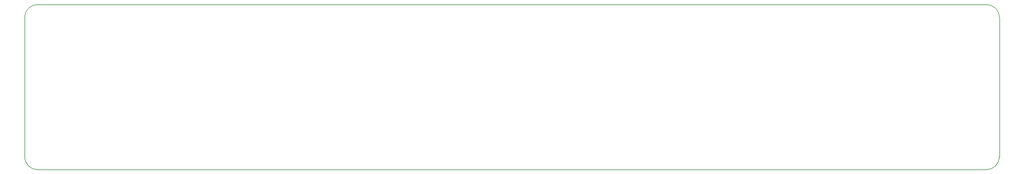
<source format=gbr>
%TF.GenerationSoftware,KiCad,Pcbnew,9.0.0*%
%TF.CreationDate,2025-09-02T16:05:32+12:00*%
%TF.ProjectId,conversion board,636f6e76-6572-4736-996f-6e20626f6172,rev?*%
%TF.SameCoordinates,Original*%
%TF.FileFunction,Profile,NP*%
%FSLAX46Y46*%
G04 Gerber Fmt 4.6, Leading zero omitted, Abs format (unit mm)*
G04 Created by KiCad (PCBNEW 9.0.0) date 2025-09-02 16:05:32*
%MOMM*%
%LPD*%
G01*
G04 APERTURE LIST*
%TA.AperFunction,Profile*%
%ADD10C,0.050000*%
%TD*%
G04 APERTURE END LIST*
D10*
X76000000Y-51500000D02*
X76000000Y-72585786D01*
X224000000Y-51500000D02*
X224000000Y-72585800D01*
X221992517Y-74585786D02*
X77992517Y-74585786D01*
X224000000Y-72585786D02*
G75*
G02*
X222000000Y-74585786I-2000000J0D01*
G01*
X78000000Y-74585786D02*
G75*
G02*
X76000000Y-72585786I-1J1999999D01*
G01*
X222000000Y-49500000D02*
X78000000Y-49500000D01*
X222000000Y-49500000D02*
G75*
G02*
X224000000Y-51500000I0J-2000000D01*
G01*
X76000000Y-51500000D02*
G75*
G02*
X78000000Y-49500000I2000000J0D01*
G01*
M02*

</source>
